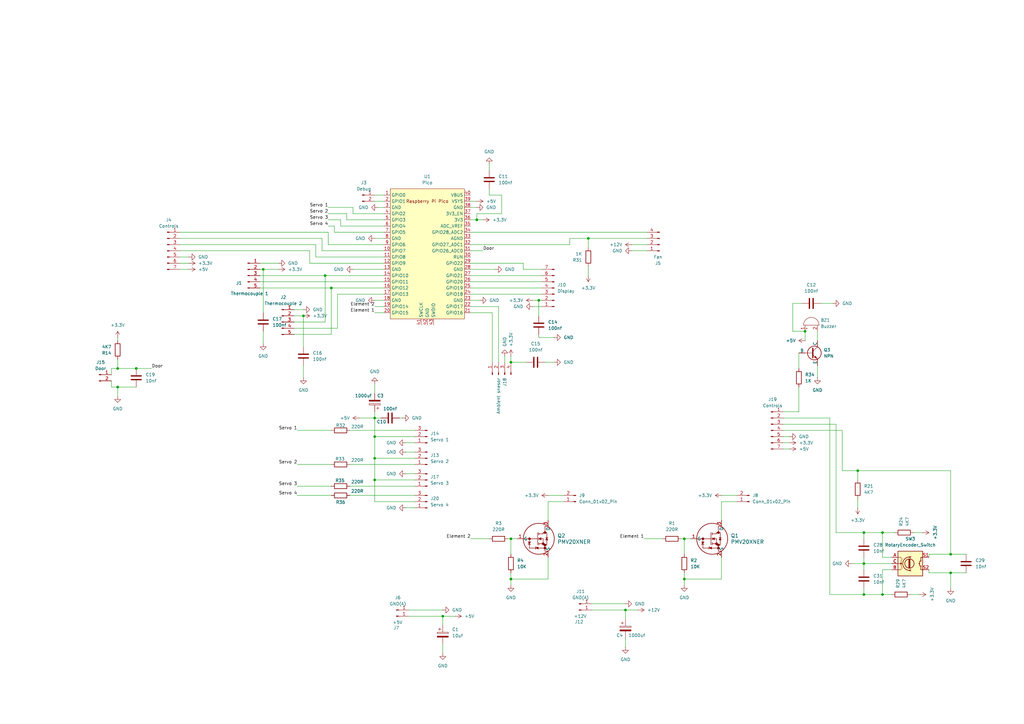
<source format=kicad_sch>
(kicad_sch (version 20250114) (generator "eeschema") (generator_version "9.0")
  (paper "A3")
  (junction (at 153.67 187.96))
  (junction (at 280.67 237.49))
  (junction (at 220.98 123.19))
  (junction (at 209.55 148.59))
  (junction (at 256.54 250.19))
  (junction (at 153.67 171.45))
  (junction (at 55.88 151.13))
  (junction (at 107.95 110.49))
  (junction (at 153.67 179.07))
  (junction (at 153.67 196.85))
  (junction (at 354.33 243.84))
  (junction (at 354.33 218.44))
  (junction (at 241.3 97.79))
  (junction (at 330.2 135.89))
  (junction (at 124.46 129.54))
  (junction (at 209.55 237.49))
  (junction (at 280.67 220.98))
  (junction (at 354.33 231.14))
  (junction (at 361.95 218.44))
  (junction (at 195.58 90.17))
  (junction (at 389.89 227.33))
  (junction (at 209.55 220.98))
  (junction (at 181.61 252.73))
  (junction (at 133.35 113.03))
  (junction (at 389.89 234.95))
  (junction (at 48.26 158.75))
  (junction (at 361.95 243.84))
  (junction (at 351.79 193.04))
  (junction (at 48.26 151.13))
  (junction (at 135.89 118.11))
  (wire (pts (xy 73.66 107.95) (xy 77.47 107.95)))
  (wire (pts (xy 280.67 234.95) (xy 280.67 237.49)))
  (wire (pts (xy 133.35 113.03) (xy 157.48 113.03)))
  (wire (pts (xy 224.79 213.36) (xy 224.79 205.74)))
  (wire (pts (xy 163.83 171.45) (xy 165.1 171.45)))
  (wire (pts (xy 120.65 134.62) (xy 138.43 134.62)))
  (wire (pts (xy 107.95 110.49) (xy 114.3 110.49)))
  (wire (pts (xy 181.61 252.73) (xy 181.61 256.54)))
  (wire (pts (xy 132.08 97.79) (xy 73.66 97.79)))
  (wire (pts (xy 365.76 228.6) (xy 361.95 228.6)))
  (wire (pts (xy 389.89 227.33) (xy 396.24 227.33)))
  (wire (pts (xy 48.26 147.32) (xy 48.26 151.13)))
  (wire (pts (xy 48.26 158.75) (xy 55.88 158.75)))
  (wire (pts (xy 205.74 87.63) (xy 195.58 87.63)))
  (wire (pts (xy 200.66 77.47) (xy 200.66 80.01)))
  (wire (pts (xy 45.72 158.75) (xy 48.26 158.75)))
  (wire (pts (xy 204.47 125.73) (xy 204.47 148.59)))
  (wire (pts (xy 143.51 199.39) (xy 170.18 199.39)))
  (wire (pts (xy 295.91 205.74) (xy 302.26 205.74)))
  (wire (pts (xy 201.93 128.27) (xy 201.93 148.59)))
  (wire (pts (xy 135.89 118.11) (xy 157.48 118.11)))
  (wire (pts (xy 193.04 102.87) (xy 198.12 102.87)))
  (wire (pts (xy 200.66 80.01) (xy 205.74 80.01)))
  (wire (pts (xy 223.52 148.59) (xy 227.33 148.59)))
  (wire (pts (xy 193.04 85.09) (xy 195.58 85.09)))
  (wire (pts (xy 361.95 233.68) (xy 365.76 233.68)))
  (wire (pts (xy 121.92 190.5) (xy 135.89 190.5)))
  (wire (pts (xy 214.63 107.95) (xy 214.63 110.49)))
  (wire (pts (xy 321.31 179.07) (xy 323.85 179.07)))
  (wire (pts (xy 354.33 243.84) (xy 361.95 243.84)))
  (wire (pts (xy 381 233.68) (xy 381 234.95)))
  (wire (pts (xy 124.46 149.86) (xy 124.46 154.94)))
  (wire (pts (xy 224.79 237.49) (xy 209.55 237.49)))
  (wire (pts (xy 345.44 176.53) (xy 345.44 193.04)))
  (wire (pts (xy 195.58 90.17) (xy 198.12 90.17)))
  (wire (pts (xy 389.89 193.04) (xy 389.89 227.33)))
  (wire (pts (xy 153.67 125.73) (xy 157.48 125.73)))
  (wire (pts (xy 166.37 181.61) (xy 170.18 181.61)))
  (wire (pts (xy 361.95 228.6) (xy 361.95 218.44)))
  (wire (pts (xy 381 227.33) (xy 389.89 227.33)))
  (wire (pts (xy 181.61 252.73) (xy 186.69 252.73)))
  (wire (pts (xy 142.24 90.17) (xy 142.24 87.63)))
  (wire (pts (xy 381 234.95) (xy 389.89 234.95)))
  (wire (pts (xy 139.7 92.71) (xy 157.48 92.71)))
  (wire (pts (xy 193.04 123.19) (xy 196.85 123.19)))
  (wire (pts (xy 295.91 213.36) (xy 295.91 205.74)))
  (wire (pts (xy 354.33 218.44) (xy 354.33 220.98)))
  (wire (pts (xy 153.67 157.48) (xy 153.67 161.29)))
  (wire (pts (xy 170.18 187.96) (xy 153.67 187.96)))
  (wire (pts (xy 153.67 187.96) (xy 153.67 179.07)))
  (wire (pts (xy 124.46 129.54) (xy 124.46 142.24)))
  (wire (pts (xy 224.79 203.2) (xy 231.14 203.2)))
  (wire (pts (xy 328.93 124.46) (xy 325.12 124.46)))
  (wire (pts (xy 120.65 132.08) (xy 133.35 132.08)))
  (wire (pts (xy 167.64 252.73) (xy 181.61 252.73)))
  (wire (pts (xy 325.12 124.46) (xy 325.12 135.89)))
  (wire (pts (xy 193.04 110.49) (xy 203.2 110.49)))
  (wire (pts (xy 135.89 137.16) (xy 135.89 118.11)))
  (wire (pts (xy 143.51 176.53) (xy 170.18 176.53)))
  (wire (pts (xy 325.12 135.89) (xy 330.2 135.89)))
  (wire (pts (xy 121.92 176.53) (xy 135.89 176.53)))
  (wire (pts (xy 193.04 120.65) (xy 222.25 120.65)))
  (wire (pts (xy 48.26 139.7) (xy 48.26 138.43)))
  (wire (pts (xy 381 228.6) (xy 381 227.33)))
  (wire (pts (xy 48.26 151.13) (xy 55.88 151.13)))
  (wire (pts (xy 224.79 228.6) (xy 224.79 237.49)))
  (wire (pts (xy 137.16 92.71) (xy 134.62 92.71)))
  (wire (pts (xy 153.67 179.07) (xy 170.18 179.07)))
  (wire (pts (xy 153.67 196.85) (xy 153.67 187.96)))
  (wire (pts (xy 295.91 237.49) (xy 280.67 237.49)))
  (wire (pts (xy 373.38 243.84) (xy 377.19 243.84)))
  (wire (pts (xy 354.33 231.14) (xy 365.76 231.14)))
  (wire (pts (xy 345.44 193.04) (xy 351.79 193.04)))
  (wire (pts (xy 147.32 171.45) (xy 153.67 171.45)))
  (wire (pts (xy 153.67 82.55) (xy 157.48 82.55)))
  (wire (pts (xy 45.72 151.13) (xy 48.26 151.13)))
  (wire (pts (xy 220.98 137.16) (xy 220.98 138.43)))
  (wire (pts (xy 106.68 113.03) (xy 133.35 113.03)))
  (wire (pts (xy 153.67 123.19) (xy 157.48 123.19)))
  (wire (pts (xy 120.65 129.54) (xy 124.46 129.54)))
  (wire (pts (xy 153.67 196.85) (xy 153.67 205.74)))
  (wire (pts (xy 73.66 105.41) (xy 77.47 105.41)))
  (wire (pts (xy 73.66 95.25) (xy 134.62 95.25)))
  (wire (pts (xy 170.18 196.85) (xy 153.67 196.85)))
  (wire (pts (xy 241.3 101.6) (xy 241.3 97.79)))
  (wire (pts (xy 153.67 171.45) (xy 153.67 168.91)))
  (wire (pts (xy 349.25 231.14) (xy 354.33 231.14)))
  (wire (pts (xy 167.64 250.19) (xy 181.61 250.19)))
  (wire (pts (xy 193.04 95.25) (xy 265.43 95.25)))
  (wire (pts (xy 354.33 228.6) (xy 354.33 231.14)))
  (wire (pts (xy 351.79 193.04) (xy 389.89 193.04)))
  (wire (pts (xy 157.48 90.17) (xy 142.24 90.17)))
  (wire (pts (xy 280.67 220.98) (xy 280.67 227.33)))
  (wire (pts (xy 166.37 194.31) (xy 170.18 194.31)))
  (wire (pts (xy 361.95 218.44) (xy 354.33 218.44)))
  (wire (pts (xy 55.88 151.13) (xy 62.23 151.13)))
  (wire (pts (xy 144.78 87.63) (xy 144.78 85.09)))
  (wire (pts (xy 280.67 220.98) (xy 283.21 220.98)))
  (wire (pts (xy 170.18 205.74) (xy 153.67 205.74)))
  (wire (pts (xy 45.72 153.67) (xy 45.72 151.13)))
  (wire (pts (xy 220.98 123.19) (xy 222.25 123.19)))
  (wire (pts (xy 374.65 218.44) (xy 378.46 218.44)))
  (wire (pts (xy 389.89 234.95) (xy 389.89 241.3)))
  (wire (pts (xy 354.33 241.3) (xy 354.33 243.84)))
  (wire (pts (xy 208.28 220.98) (xy 209.55 220.98)))
  (wire (pts (xy 157.48 105.41) (xy 129.54 105.41)))
  (wire (pts (xy 193.04 118.11) (xy 222.25 118.11)))
  (wire (pts (xy 134.62 95.25) (xy 134.62 100.33)))
  (wire (pts (xy 327.66 168.91) (xy 327.66 158.75)))
  (wire (pts (xy 242.57 250.19) (xy 256.54 250.19)))
  (wire (pts (xy 107.95 110.49) (xy 107.95 128.27)))
  (wire (pts (xy 129.54 105.41) (xy 129.54 100.33)))
  (wire (pts (xy 153.67 97.79) (xy 157.48 97.79)))
  (wire (pts (xy 295.91 228.6) (xy 295.91 237.49)))
  (wire (pts (xy 218.44 123.19) (xy 220.98 123.19)))
  (wire (pts (xy 233.68 100.33) (xy 233.68 97.79)))
  (wire (pts (xy 209.55 220.98) (xy 209.55 227.33)))
  (wire (pts (xy 207.01 146.05) (xy 207.01 148.59)))
  (wire (pts (xy 205.74 80.01) (xy 205.74 87.63)))
  (wire (pts (xy 193.04 107.95) (xy 214.63 107.95)))
  (wire (pts (xy 193.04 128.27) (xy 201.93 128.27)))
  (wire (pts (xy 214.63 110.49) (xy 222.25 110.49)))
  (wire (pts (xy 342.9 173.99) (xy 342.9 218.44)))
  (wire (pts (xy 193.04 82.55) (xy 195.58 82.55)))
  (wire (pts (xy 157.48 102.87) (xy 132.08 102.87)))
  (wire (pts (xy 73.66 110.49) (xy 77.47 110.49)))
  (wire (pts (xy 166.37 185.42) (xy 170.18 185.42)))
  (wire (pts (xy 336.55 124.46) (xy 341.63 124.46)))
  (wire (pts (xy 193.04 100.33) (xy 233.68 100.33)))
  (wire (pts (xy 256.54 261.62) (xy 256.54 265.43)))
  (wire (pts (xy 361.95 218.44) (xy 367.03 218.44)))
  (wire (pts (xy 340.36 171.45) (xy 321.31 171.45)))
  (wire (pts (xy 106.68 115.57) (xy 157.48 115.57)))
  (wire (pts (xy 345.44 176.53) (xy 321.31 176.53)))
  (wire (pts (xy 209.55 220.98) (xy 212.09 220.98)))
  (wire (pts (xy 106.68 110.49) (xy 107.95 110.49)))
  (wire (pts (xy 280.67 237.49) (xy 280.67 240.03)))
  (wire (pts (xy 134.62 100.33) (xy 157.48 100.33)))
  (wire (pts (xy 106.68 118.11) (xy 135.89 118.11)))
  (wire (pts (xy 256.54 250.19) (xy 256.54 254)))
  (wire (pts (xy 137.16 95.25) (xy 137.16 92.71)))
  (wire (pts (xy 200.66 67.31) (xy 200.66 69.85)))
  (wire (pts (xy 330.2 135.89) (xy 330.2 139.7)))
  (wire (pts (xy 195.58 87.63) (xy 195.58 90.17)))
  (wire (pts (xy 265.43 102.87) (xy 259.08 102.87)))
  (wire (pts (xy 193.04 90.17) (xy 195.58 90.17)))
  (wire (pts (xy 157.48 95.25) (xy 137.16 95.25)))
  (wire (pts (xy 166.37 208.28) (xy 170.18 208.28)))
  (wire (pts (xy 143.51 190.5) (xy 170.18 190.5)))
  (wire (pts (xy 220.98 138.43) (xy 227.33 138.43)))
  (wire (pts (xy 361.95 243.84) (xy 365.76 243.84)))
  (wire (pts (xy 129.54 100.33) (xy 73.66 100.33)))
  (wire (pts (xy 48.26 158.75) (xy 48.26 162.56)))
  (wire (pts (xy 241.3 97.79) (xy 233.68 97.79)))
  (wire (pts (xy 107.95 135.89) (xy 107.95 140.97)))
  (wire (pts (xy 209.55 234.95) (xy 209.55 237.49)))
  (wire (pts (xy 209.55 237.49) (xy 209.55 240.03)))
  (wire (pts (xy 193.04 115.57) (xy 222.25 115.57)))
  (wire (pts (xy 342.9 173.99) (xy 321.31 173.99)))
  (wire (pts (xy 335.28 135.89) (xy 335.28 139.7)))
  (wire (pts (xy 133.35 132.08) (xy 133.35 113.03)))
  (wire (pts (xy 361.95 243.84) (xy 361.95 233.68)))
  (wire (pts (xy 209.55 146.05) (xy 209.55 148.59)))
  (wire (pts (xy 279.4 220.98) (xy 280.67 220.98)))
  (wire (pts (xy 153.67 128.27) (xy 157.48 128.27)))
  (wire (pts (xy 389.89 234.95) (xy 396.24 234.95)))
  (wire (pts (xy 134.62 90.17) (xy 139.7 90.17)))
  (wire (pts (xy 354.33 218.44) (xy 342.9 218.44)))
  (wire (pts (xy 241.3 113.03) (xy 241.3 109.22)))
  (wire (pts (xy 153.67 171.45) (xy 153.67 179.07)))
  (wire (pts (xy 143.51 203.2) (xy 170.18 203.2)))
  (wire (pts (xy 144.78 85.09) (xy 134.62 85.09)))
  (wire (pts (xy 340.36 171.45) (xy 340.36 243.84)))
  (wire (pts (xy 106.68 107.95) (xy 114.3 107.95)))
  (wire (pts (xy 351.79 193.04) (xy 351.79 196.85)))
  (wire (pts (xy 259.08 100.33) (xy 265.43 100.33)))
  (wire (pts (xy 224.79 205.74) (xy 231.14 205.74)))
  (wire (pts (xy 144.78 110.49) (xy 157.48 110.49)))
  (wire (pts (xy 340.36 243.84) (xy 354.33 243.84)))
  (wire (pts (xy 139.7 90.17) (xy 139.7 92.71)))
  (wire (pts (xy 218.44 125.73) (xy 222.25 125.73)))
  (wire (pts (xy 264.16 220.98) (xy 271.78 220.98)))
  (wire (pts (xy 193.04 220.98) (xy 200.66 220.98)))
  (wire (pts (xy 321.31 168.91) (xy 327.66 168.91)))
  (wire (pts (xy 132.08 102.87) (xy 132.08 97.79)))
  (wire (pts (xy 209.55 148.59) (xy 215.9 148.59)))
  (wire (pts (xy 153.67 80.01) (xy 157.48 80.01)))
  (wire (pts (xy 295.91 203.2) (xy 302.26 203.2)))
  (wire (pts (xy 193.04 113.03) (xy 222.25 113.03)))
  (wire (pts (xy 154.94 85.09) (xy 157.48 85.09)))
  (wire (pts (xy 335.28 149.86) (xy 335.28 154.94)))
  (wire (pts (xy 153.67 171.45) (xy 156.21 171.45)))
  (wire (pts (xy 121.92 203.2) (xy 135.89 203.2)))
  (wire (pts (xy 142.24 87.63) (xy 134.62 87.63)))
  (wire (pts (xy 354.33 231.14) (xy 354.33 233.68)))
  (wire (pts (xy 138.43 134.62) (xy 138.43 120.65)))
  (wire (pts (xy 351.79 204.47) (xy 351.79 208.28)))
  (wire (pts (xy 204.47 125.73) (xy 193.04 125.73)))
  (wire (pts (xy 73.66 102.87) (xy 127 102.87)))
  (wire (pts (xy 321.31 181.61) (xy 323.85 181.61)))
  (wire (pts (xy 120.65 137.16) (xy 135.89 137.16)))
  (wire (pts (xy 45.72 158.75) (xy 45.72 156.21)))
  (wire (pts (xy 265.43 97.79) (xy 241.3 97.79)))
  (wire (pts (xy 242.57 247.65) (xy 256.54 247.65)))
  (wire (pts (xy 121.92 199.39) (xy 135.89 199.39)))
  (wire (pts (xy 321.31 184.15) (xy 323.85 184.15)))
  (wire (pts (xy 220.98 123.19) (xy 220.98 129.54)))
  (wire (pts (xy 138.43 120.65) (xy 157.48 120.65)))
  (wire (pts (xy 256.54 250.19) (xy 261.62 250.19)))
  (wire (pts (xy 127 102.87) (xy 127 107.95)))
  (wire (pts (xy 157.48 87.63) (xy 144.78 87.63)))
  (wire (pts (xy 327.66 144.78) (xy 327.66 151.13)))
  (wire (pts (xy 127 107.95) (xy 157.48 107.95)))
  (wire (pts (xy 120.65 127) (xy 124.46 127)))
  (wire (pts (xy 181.61 264.16) (xy 181.61 267.97)))
  (label "Element 1" (at 153.67 128.27 180))
  (label "Element 2" (at 153.67 125.73 180))
  (label "Door" (at 62.23 151.13 0))
  (label "Servo 3" (at 121.92 199.39 180))
  (label "Servo 1" (at 134.62 85.09 180))
  (label "Servo 2" (at 121.92 190.5 180))
  (label "Servo 4" (at 121.92 203.2 180))
  (label "Element 1" (at 264.16 220.98 180))
  (label "Servo 2" (at 134.62 87.63 180))
  (label "Door" (at 198.12 102.87 0))
  (label "Servo 3" (at 134.62 90.17 180))
  (label "Servo 1" (at 121.92 176.53 180))
  (label "Element 2" (at 193.04 220.98 180))
  (label "Servo 4" (at 134.62 92.71 180))
  (symbol (lib_id "Device:R") (at 209.55 231.14 0) (unit 1)
    (property "Reference" "R4" (at 212.09 229.8699 0) (effects (justify left)))
    (property "Value" "10K" (at 212.09 232.4099 0) (effects (justify left)))
    (property "Footprint" "Resistor_SMD:R_1206_3216Metric" (effects (hide yes)))
    (property "Description" "Resistor" (effects (hide yes)))
  )
  (symbol (lib_id "power:+5V") (at 186.69 252.73 270) (unit 1)
    (property "Reference" "#PWR021" (effects (hide yes)))
    (property "Value" "+5V" (at 190.5 252.7299 90) (effects (justify left)))
    (property "Description" "Power symbol creates a global label with name \"+5V\"" (effects (hide yes)))
  )
  (symbol (lib_id "Connector:Conn_01x03_Pin") (at 175.26 196.85 180) (unit 1)
    (property "Reference" "J17" (at 176.53 195.5799 0) (effects (justify right)))
    (property "Value" "Servo 3" (at 176.53 198.1199 0) (effects (justify right)))
    (property "Footprint" "Connector_PinHeader_2.54mm:PinHeader_1x03_P2.54mm_Vertical_SMD" (effects (hide yes)))
    (property "Description" "Generic connector, single row, 01x03, script generated" (effects (hide yes)))
  )
  (symbol (lib_id "Device:R") (at 241.3 105.41 180) (unit 1)
    (property "Reference" "R31" (at 238.76 106.6801 0) (effects (justify left)))
    (property "Value" "1K" (at 238.76 104.1401 0) (effects (justify left)))
    (property "Footprint" "Resistor_SMD:R_1206_3216Metric_Pad1.30x1.75mm_HandSolder" (effects (hide yes)))
    (property "Description" "Resistor" (effects (hide yes)))
  )
  (symbol (lib_id "Device:C") (at 107.95 132.08 0) (unit 1)
    (property "Reference" "C17" (at 111.76 130.8099 0) (effects (justify left)))
    (property "Value" "100nf" (at 111.76 133.3499 0) (effects (justify left)))
    (property "Footprint" "Capacitor_SMD:C_1210_3225Metric_Pad1.33x2.70mm_HandSolder" (effects (hide yes)))
    (property "Description" "Unpolarized capacitor" (effects (hide yes)))
  )
  (symbol (lib_id "Connector:Conn_01x05_Pin") (at 115.57 132.08 0) (unit 1)
    (property "Reference" "J2" (at 116.205 121.92 0))
    (property "Value" "Thermocouple 2" (at 116.205 124.46 0))
    (property "Footprint" "Connector_PinHeader_2.54mm:PinHeader_1x05_P2.54mm_Vertical_SMD" (effects (hide yes)))
    (property "Description" "Generic connector, single row, 01x05, script generated" (effects (hide yes)))
  )
  (symbol (lib_id "power:GND") (at 166.37 185.42 270) (unit 1)
    (property "Reference" "#PWR031" (effects (hide yes)))
    (property "Value" "GND" (at 162.56 185.4199 90) (effects (justify right)))
    (property "Description" "Power symbol creates a global label with name \"GND\" , ground" (effects (hide yes)))
  )
  (symbol (lib_id "power:+5V") (at 147.32 171.45 90) (unit 1)
    (property "Reference" "#PWR030" (effects (hide yes)))
    (property "Value" "+5V" (at 143.51 171.4499 90) (effects (justify left)))
    (property "Description" "Power symbol creates a global label with name \"+5V\"" (effects (hide yes)))
  )
  (symbol (lib_id "power:GND") (at 48.26 162.56 0) (unit 1)
    (property "Reference" "#PWR048" (effects (hide yes)))
    (property "Value" "GND" (at 48.26 167.64 0))
    (property "Description" "Power symbol creates a global label with name \"GND\" , ground" (effects (hide yes)))
  )
  (symbol (lib_id "Device:C") (at 160.02 171.45 90) (unit 1)
    (property "Reference" "C10" (at 156.464 172.974 90))
    (property "Value" "100nf" (at 160.02 167.64 90))
    (property "Footprint" "Capacitor_SMD:C_1210_3225Metric_Pad1.33x2.70mm_HandSolder" (effects (hide yes)))
    (property "Description" "Unpolarized capacitor" (effects (hide yes)))
  )
  (symbol (lib_id "power:GND") (at 154.94 85.09 270) (unit 1)
    (property "Reference" "#PWR01" (effects (hide yes)))
    (property "Value" "GND" (at 151.13 85.0899 90) (effects (justify right)))
    (property "Description" "Power symbol creates a global label with name \"GND\" , ground" (effects (hide yes)))
  )
  (symbol (lib_id "power:+5V") (at 77.47 110.49 270) (unit 1)
    (property "Reference" "#PWR034" (effects (hide yes)))
    (property "Value" "+5V" (at 81.28 110.4899 90) (effects (justify left)))
    (property "Description" "Power symbol creates a global label with name \"+5V\"" (effects (hide yes)))
  )
  (symbol (lib_id "power:+3.3V") (at 295.91 203.2 90) (unit 1)
    (property "Reference" "#PWR016" (effects (hide yes)))
    (property "Value" "+3.3V" (at 292.1 203.1999 90) (effects (justify left)))
    (property "Description" "Power symbol creates a global label with name \"+3.3V\"" (effects (hide yes)))
  )
  (symbol (lib_id "Connector:Conn_01x07_Pin") (at 316.23 176.53 0) (unit 1)
    (property "Reference" "J19" (at 316.865 163.83 0))
    (property "Value" "Controls" (at 316.865 166.37 0))
    (property "Footprint" "Connector_PinHeader_2.54mm:PinHeader_1x07_P2.54mm_Vertical" (effects (hide yes)))
    (property "Description" "Generic connector, single row, 01x07, script generated" (effects (hide yes)))
  )
  (symbol (lib_id "Device:R") (at 139.7 176.53 90) (unit 1)
    (property "Reference" "R32" (at 139.7 174.498 90))
    (property "Value" "220R" (at 146.558 175.006 90))
    (property "Footprint" "Resistor_SMD:R_1206_3216Metric_Pad1.30x1.75mm_HandSolder" (effects (hide yes)))
    (property "Description" "Resistor" (effects (hide yes)))
  )
  (symbol (lib_id "Device:C") (at 219.71 148.59 270) (unit 1)
    (property "Reference" "C15" (at 219.71 140.97 90))
    (property "Value" "100nf" (at 219.71 143.51 90))
    (property "Footprint" "Capacitor_SMD:C_1210_3225Metric_Pad1.33x2.70mm_HandSolder" (effects (hide yes)))
    (property "Description" "Unpolarized capacitor" (effects (hide yes)))
  )
  (symbol (lib_id "Simulation_SPICE:NPN") (at 332.74 144.78 0) (unit 1)
    (property "Reference" "Q3" (at 337.82 143.5099 0) (effects (justify left)))
    (property "Value" "NPN" (at 337.82 146.0499 0) (effects (justify left)))
    (property "Footprint" "Package_TO_SOT_SMD:TSOT-23" (effects (hide yes)))
    (property "Datasheet" "https://ngspice.sourceforge.io/docs/ngspice-html-manual/manual.xhtml#cha_BJTs" (effects (hide yes)))
    (property "Description" "Bipolar transistor symbol for simulation only, substrate tied to the emitter" (effects (hide yes)))
    (property "Sim.Device" "NPN" (effects (hide yes)))
    (property "Sim.Type" "GUMMELPOON" (effects (hide yes)))
    (property "Sim.Pins" "1=C 2=B 3=E" (effects (hide yes)))
  )
  (symbol (lib_id "Device:R") (at 275.59 220.98 90) (unit 1)
    (property "Reference" "R1" (at 275.59 214.63 90))
    (property "Value" "220R" (at 275.59 217.17 90))
    (property "Footprint" "Resistor_SMD:R_1206_3216Metric" (effects (hide yes)))
    (property "Description" "Resistor" (effects (hide yes)))
  )
  (symbol (lib_id "Connector:Conn_01x03_Pin") (at 175.26 205.74 180) (unit 1)
    (property "Reference" "J20" (at 176.53 204.4699 0) (effects (justify right)))
    (property "Value" "Servo 4" (at 176.53 207.0099 0) (effects (justify right)))
    (property "Footprint" "Connector_PinHeader_2.54mm:PinHeader_1x03_P2.54mm_Vertical_SMD" (effects (hide yes)))
    (property "Description" "Generic connector, single row, 01x03, script generated" (effects (hide yes)))
  )
  (symbol (lib_id "power:GND") (at 335.28 154.94 0) (unit 1)
    (property "Reference" "#PWR044" (effects (hide yes)))
    (property "Value" "GND" (at 335.28 160.02 0))
    (property "Description" "Power symbol creates a global label with name \"GND\" , ground" (effects (hide yes)))
  )
  (symbol (lib_id "Device:R") (at 369.57 243.84 90) (unit 1)
    (property "Reference" "R29" (at 368.2999 241.3 0) (effects (justify left)))
    (property "Value" "4K7" (at 370.8399 241.3 0) (effects (justify left)))
    (property "Footprint" "Resistor_SMD:R_1206_3216Metric_Pad1.30x1.75mm_HandSolder" (effects (hide yes)))
    (property "Description" "Resistor" (effects (hide yes)))
  )
  (symbol (lib_id "power:GND") (at 256.54 247.65 90) (unit 1)
    (property "Reference" "#PWR025" (effects (hide yes)))
    (property "Value" "GND" (at 260.35 247.6499 90) (effects (justify right)))
    (property "Description" "Power symbol creates a global label with name \"GND\" , ground" (effects (hide yes)))
  )
  (symbol (lib_id "power:+3.3V") (at 48.26 138.43 0) (unit 1)
    (property "Reference" "#PWR046" (effects (hide yes)))
    (property "Value" "+3.3V" (at 48.26 133.35 0))
    (property "Description" "Power symbol creates a global label with name \"+3.3V\"" (effects (hide yes)))
  )
  (symbol (lib_id "power:GND") (at 144.78 110.49 270) (unit 1)
    (property "Reference" "#PWR03" (effects (hide yes)))
    (property "Value" "GND" (at 140.97 110.4899 90) (effects (justify right)))
    (property "Description" "Power symbol creates a global label with name \"GND\" , ground" (effects (hide yes)))
  )
  (symbol (lib_id "RP-Pico Libraries:Pico") (at 175.26 104.14 0) (unit 1)
    (property "Reference" "U1" (at 175.26 72.39 0))
    (property "Value" "Pico" (at 175.26 74.93 0))
    (property "Footprint" "RP-Pico Libraries:RPi_Pico_SMD" (effects (hide yes)))
  )
  (symbol (lib_id "Device:C") (at 220.98 133.35 180) (unit 1)
    (property "Reference" "C14" (at 224.79 132.0799 0) (effects (justify right)))
    (property "Value" "100nf" (at 224.79 134.6199 0) (effects (justify right)))
    (property "Footprint" "Capacitor_SMD:C_1210_3225Metric_Pad1.33x2.70mm_HandSolder" (effects (hide yes)))
    (property "Description" "Unpolarized capacitor" (effects (hide yes)))
  )
  (symbol (lib_id "power:GND") (at 209.55 240.03 0) (unit 1)
    (property "Reference" "#PWR017" (effects (hide yes)))
    (property "Value" "GND" (at 209.55 245.11 0))
    (property "Description" "Power symbol creates a global label with name \"GND\" , ground" (effects (hide yes)))
  )
  (symbol (lib_id "Device:C_Polarized") (at 256.54 257.81 0) (unit 1)
    (property "Reference" "C4" (at 255.524 260.604 0) (effects (justify right)))
    (property "Value" "1000uf" (at 264.668 260.604 0) (effects (justify right)))
    (property "Footprint" "Capacitor_SMD:CP_Elec_10x10.5" (effects (hide yes)))
    (property "Description" "Polarized capacitor" (effects (hide yes)))
  )
  (symbol (lib_id "power:+5V") (at 323.85 184.15 270) (unit 1)
    (property "Reference" "#PWR038" (effects (hide yes)))
    (property "Value" "+5V" (at 327.66 184.1499 90) (effects (justify left)))
    (property "Description" "Power symbol creates a global label with name \"+5V\"" (effects (hide yes)))
  )
  (symbol (lib_id "power:GND") (at 166.37 181.61 270) (unit 1)
    (property "Reference" "#PWR033" (effects (hide yes)))
    (property "Value" "GND" (at 162.56 181.6099 90) (effects (justify right)))
    (property "Description" "Power symbol creates a global label with name \"GND\" , ground" (effects (hide yes)))
  )
  (symbol (lib_id "power:+5V") (at 330.2 139.7 90) (unit 1)
    (property "Reference" "#PWR039" (effects (hide yes)))
    (property "Value" "+5V" (at 326.39 139.6999 90) (effects (justify left)))
    (property "Description" "Power symbol creates a global label with name \"+5V\"" (effects (hide yes)))
  )
  (symbol (lib_id "Device:C_Polarized") (at 153.67 165.1 180) (unit 1)
    (property "Reference" "C3" (at 154.686 162.306 0) (effects (justify right)))
    (property "Value" "1000uf" (at 145.542 162.306 0) (effects (justify right)))
    (property "Footprint" "Capacitor_SMD:CP_Elec_10x10.5" (effects (hide yes)))
    (property "Description" "Polarized capacitor" (effects (hide yes)))
  )
  (symbol (lib_id "Device:R") (at 48.26 143.51 180) (unit 1)
    (property "Reference" "R14" (at 45.72 144.7801 0) (effects (justify left)))
    (property "Value" "4K7" (at 45.72 142.2401 0) (effects (justify left)))
    (property "Footprint" "Resistor_SMD:R_1206_3216Metric_Pad1.30x1.75mm_HandSolder" (effects (hide yes)))
    (property "Description" "Resistor" (effects (hide yes)))
  )
  (symbol (lib_id "power:GND") (at 166.37 194.31 270) (unit 1)
    (property "Reference" "#PWR040" (effects (hide yes)))
    (property "Value" "GND" (at 162.56 194.3099 90) (effects (justify right)))
    (property "Description" "Power symbol creates a global label with name \"GND\" , ground" (effects (hide yes)))
  )
  (symbol (lib_id "Device:R") (at 280.67 231.14 0) (unit 1)
    (property "Reference" "R2" (at 283.21 229.8699 0) (effects (justify left)))
    (property "Value" "10K" (at 283.21 232.4099 0) (effects (justify left)))
    (property "Footprint" "Resistor_SMD:R_1206_3216Metric" (effects (hide yes)))
    (property "Description" "Resistor" (effects (hide yes)))
  )
  (symbol (lib_id "power:GND") (at 227.33 148.59 90) (unit 1)
    (property "Reference" "#PWR047" (effects (hide yes)))
    (property "Value" "GND" (at 231.14 148.5899 90) (effects (justify right)))
    (property "Description" "Power symbol creates a global label with name \"GND\" , ground" (effects (hide yes)))
  )
  (symbol (lib_id "Device:R") (at 139.7 203.2 90) (unit 1)
    (property "Reference" "R36" (at 139.7 205.994 90))
    (property "Value" "220R" (at 146.558 201.422 90))
    (property "Footprint" "Resistor_SMD:R_1206_3216Metric_Pad1.30x1.75mm_HandSolder" (effects (hide yes)))
    (property "Description" "Resistor" (effects (hide yes)))
  )
  (symbol (lib_id "power:GND") (at 166.37 208.28 270) (unit 1)
    (property "Reference" "#PWR043" (effects (hide yes)))
    (property "Value" "GND" (at 162.56 208.2799 90) (effects (justify right)))
    (property "Description" "Power symbol creates a global label with name \"GND\" , ground" (effects (hide yes)))
  )
  (symbol (lib_id "power:GND") (at 77.47 105.41 90) (unit 1)
    (property "Reference" "#PWR013" (effects (hide yes)))
    (property "Value" "GND" (at 81.28 105.4099 90) (effects (justify right)))
    (property "Description" "Power symbol creates a global label with name \"GND\" , ground" (effects (hide yes)))
  )
  (symbol (lib_id "Device:R") (at 327.66 154.94 0) (unit 1)
    (property "Reference" "R34" (at 330.2 153.6699 0) (effects (justify left)))
    (property "Value" "1K" (at 330.2 156.2099 0) (effects (justify left)))
    (property "Footprint" "Resistor_SMD:R_1206_3216Metric_Pad1.30x1.75mm_HandSolder" (effects (hide yes)))
    (property "Description" "Resistor" (effects (hide yes)))
  )
  (symbol (lib_id "power:+5V") (at 261.62 250.19 270) (unit 1)
    (property "Reference" "#PWR027" (effects (hide yes)))
    (property "Value" "+12V" (at 265.43 250.1899 90) (effects (justify left)))
    (property "Description" "Power symbol creates a global label with name \"+5V\"" (effects (hide yes)))
  )
  (symbol (lib_id "power:+5V") (at 195.58 82.55 270) (unit 1)
    (property "Reference" "#PWR024" (effects (hide yes)))
    (property "Value" "+5V" (at 199.39 82.5499 90) (effects (justify left)))
    (property "Description" "Power symbol creates a global label with name \"+5V\"" (effects (hide yes)))
  )
  (symbol (lib_id "Connector:Conn_01x01_Pin") (at 162.56 252.73 0) (unit 1)
    (property "Reference" "J7" (at 162.56 257.556 0))
    (property "Value" "+5V" (at 163.068 255.27 0))
    (property "Footprint" "Connector_Wire:SolderWirePad_1x01_SMD_5x10mm" (effects (hide yes)))
    (property "Description" "Generic connector, single row, 01x01, script generated" (effects (hide yes)))
  )
  (symbol (lib_id "power:GND") (at 389.89 241.3 0) (unit 1)
    (property "Reference" "#PWR070" (effects (hide yes)))
    (property "Value" "GND" (at 389.89 246.38 0))
    (property "Description" "Power symbol creates a global label with name \"GND\" , ground" (effects (hide yes)))
  )
  (symbol (lib_id "power:GND") (at 195.58 85.09 90) (unit 1)
    (property "Reference" "#PWR05" (effects (hide yes)))
    (property "Value" "GND" (at 199.39 85.0899 90) (effects (justify right)))
    (property "Description" "Power symbol creates a global label with name \"GND\" , ground" (effects (hide yes)))
  )
  (symbol (lib_id "PMV20XNER:PMV20XNER") (at 212.09 220.98 0) (unit 1)
    (property "Reference" "Q2" (at 228.6 219.7099 0) (effects (font (size 1.524 1.524)) (justify left)))
    (property "Value" "PMV20XNER" (at 228.6 222.2499 0) (effects (font (size 1.524 1.524)) (justify left)))
    (property "Footprint" "PMV20XNER:SOT23-TO-236AB_NEX" (effects (hide yes)))
    (property "Datasheet" "PMV20XNER" (effects (hide yes)))
  )
  (symbol (lib_id "Connector:Conn_01x05_Pin") (at 101.6 113.03 0) (unit 1)
    (property "Reference" "J1" (at 98.044 116.078 0))
    (property "Value" "Thermocouple 1" (at 102.362 120.396 0))
    (property "Footprint" "Connector_PinHeader_2.54mm:PinHeader_1x05_P2.54mm_Vertical_SMD" (effects (hide yes)))
    (property "Description" "Generic connector, single row, 01x05, script generated" (effects (hide yes)))
  )
  (symbol (lib_id "power:GND") (at 114.3 107.95 90) (unit 1)
    (property "Reference" "#PWR09" (effects (hide yes)))
    (property "Value" "GND" (at 118.11 107.9499 90) (effects (justify right)))
    (property "Description" "Power symbol creates a global label with name \"GND\" , ground" (effects (hide yes)))
  )
  (symbol (lib_id "power:GND") (at 165.1 171.45 90) (unit 1)
    (property "Reference" "#PWR037" (effects (hide yes)))
    (property "Value" "GND" (at 168.91 171.4499 90) (effects (justify right)))
    (property "Description" "Power symbol creates a global label with name \"GND\" , ground" (effects (hide yes)))
  )
  (symbol (lib_id "power:+3.3V") (at 124.46 129.54 270) (unit 1)
    (property "Reference" "#PWR012" (effects (hide yes)))
    (property "Value" "+3.3V" (at 128.27 129.5399 90) (effects (justify left)))
    (property "Description" "Power symbol creates a global label with name \"+3.3V\"" (effects (hide yes)))
  )
  (symbol (lib_id "power:+3.3V") (at 377.19 243.84 270) (unit 1)
    (property "Reference" "#PWR071" (effects (hide yes)))
    (property "Value" "+3.3V" (at 382.27 243.84 0))
    (property "Description" "Power symbol creates a global label with name \"+3.3V\"" (effects (hide yes)))
  )
  (symbol (lib_id "Device:RotaryEncoder_Switch") (at 373.38 231.14 0) (unit 1)
    (property "Reference" "SW3" (at 373.38 220.98 0))
    (property "Value" "RotaryEncoder_Switch" (at 373.38 223.52 0))
    (property "Footprint" "Rotary_Encoder:RotaryEncoder_Alps_EC11E-Switch_Vertical_H20mm_SMD" (effects (hide yes)))
    (property "Description" "Rotary encoder, dual channel, incremental quadrate outputs, with switch" (effects (hide yes)))
  )
  (symbol (lib_id "Device:R") (at 139.7 199.39 90) (unit 1)
    (property "Reference" "R35" (at 139.446 197.104 90))
    (property "Value" "220R" (at 146.558 197.612 90))
    (property "Footprint" "Resistor_SMD:R_1206_3216Metric_Pad1.30x1.75mm_HandSolder" (effects (hide yes)))
    (property "Description" "Resistor" (effects (hide yes)))
  )
  (symbol (lib_id "Device:C_Polarized") (at 181.61 260.35 0) (unit 1)
    (property "Reference" "C1" (at 185.42 258.1909 0) (effects (justify left)))
    (property "Value" "10uf" (at 185.42 260.7309 0) (effects (justify left)))
    (property "Footprint" "Capacitor_SMD:CP_Elec_4x5.4" (effects (hide yes)))
    (property "Description" "Polarized capacitor" (effects (hide yes)))
  )
  (symbol (lib_id "Device:C") (at 354.33 224.79 180) (unit 1)
    (property "Reference" "C28" (at 358.14 223.5199 0) (effects (justify right)))
    (property "Value" "10nf" (at 358.14 226.0599 0) (effects (justify right)))
    (property "Footprint" "Capacitor_SMD:C_1206_3216Metric_Pad1.33x1.80mm_HandSolder" (effects (hide yes)))
    (property "Description" "Unpolarized capacitor" (effects (hide yes)))
  )
  (symbol (lib_id "Device:R") (at 351.79 200.66 0) (unit 1)
    (property "Reference" "R21" (at 354.33 199.3899 0) (effects (justify left)))
    (property "Value" "4K7" (at 354.33 201.9299 0) (effects (justify left)))
    (property "Footprint" "Resistor_SMD:R_1206_3216Metric_Pad1.30x1.75mm_HandSolder" (effects (hide yes)))
    (property "Description" "Resistor" (effects (hide yes)))
  )
  (symbol (lib_id "power:+5V") (at 259.08 100.33 90) (unit 1)
    (property "Reference" "#PWR029" (effects (hide yes)))
    (property "Value" "+12V" (at 255.27 100.3301 90) (effects (justify left)))
    (property "Description" "Power symbol creates a global label with name \"+5V\"" (effects (hide yes)))
  )
  (symbol (lib_id "Connector:Conn_01x03_Pin") (at 175.26 179.07 180) (unit 1)
    (property "Reference" "J14" (at 176.53 177.7999 0) (effects (justify right)))
    (property "Value" "Servo 1" (at 176.53 180.3399 0) (effects (justify right)))
    (property "Footprint" "Connector_PinHeader_2.54mm:PinHeader_1x03_P2.54mm_Vertical_SMD" (effects (hide yes)))
    (property "Description" "Generic connector, single row, 01x03, script generated" (effects (hide yes)))
  )
  (symbol (lib_id "Device:R") (at 370.84 218.44 90) (unit 1)
    (property "Reference" "R24" (at 369.5699 215.9 0) (effects (justify left)))
    (property "Value" "4K7" (at 372.1099 215.9 0) (effects (justify left)))
    (property "Footprint" "Resistor_SMD:R_1206_3216Metric_Pad1.30x1.75mm_HandSolder" (effects (hide yes)))
    (property "Description" "Resistor" (effects (hide yes)))
  )
  (symbol (lib_id "power:GND") (at 349.25 231.14 270) (unit 1)
    (property "Reference" "#PWR066" (effects (hide yes)))
    (property "Value" "GND" (at 345.44 231.1399 90) (effects (justify right)))
    (property "Description" "Power symbol creates a global label with name \"GND\" , ground" (effects (hide yes)))
  )
  (symbol (lib_id "power:+3.3V") (at 323.85 181.61 270) (unit 1)
    (property "Reference" "#PWR053" (effects (hide yes)))
    (property "Value" "+3.3V" (at 327.66 181.6099 90) (effects (justify left)))
    (property "Description" "Power symbol creates a global label with name \"+3.3V\"" (effects (hide yes)))
  )
  (symbol (lib_id "power:GND") (at 196.85 123.19 90) (unit 1)
    (property "Reference" "#PWR07" (effects (hide yes)))
    (property "Value" "GND" (at 200.66 123.1899 90) (effects (justify right)))
    (property "Description" "Power symbol creates a global label with name \"GND\" , ground" (effects (hide yes)))
  )
  (symbol (lib_id "power:+3.3V") (at 77.47 107.95 270) (unit 1)
    (property "Reference" "#PWR014" (effects (hide yes)))
    (property "Value" "+3.3V" (at 81.28 107.9499 90) (effects (justify left)))
    (property "Description" "Power symbol creates a global label with name \"+3.3V\"" (effects (hide yes)))
  )
  (symbol (lib_id "power:GND") (at 153.67 157.48 180) (unit 1)
    (property "Reference" "#PWR035" (effects (hide yes)))
    (property "Value" "GND" (at 153.67 152.4 0))
    (property "Description" "Power symbol creates a global label with name \"GND\" , ground" (effects (hide yes)))
  )
  (symbol (lib_id "Connector:Conn_01x07_Pin") (at 227.33 118.11 180) (unit 1)
    (property "Reference" "J10" (at 228.6 116.8399 0) (effects (justify right)))
    (property "Value" "Display" (at 228.6 119.3799 0) (effects (justify right)))
    (property "Footprint" "Connector_PinHeader_2.54mm:PinHeader_1x07_P2.54mm_Vertical_SMD" (effects (hide yes)))
    (property "Description" "Generic connector, single row, 01x07, script generated" (effects (hide yes)))
  )
  (symbol (lib_id "power:+3.3V") (at 218.44 123.19 90) (unit 1)
    (property "Reference" "#PWR022" (effects (hide yes)))
    (property "Value" "+3.3V" (at 214.63 123.1899 90) (effects (justify left)))
    (property "Description" "Power symbol creates a global label with name \"+3.3V\"" (effects (hide yes)))
  )
  (symbol (lib_id "Connector:Conn_01x04_Pin") (at 204.47 153.67 90) (unit 1)
    (property "Reference" "J18" (at 207.0101 154.94 0) (effects (justify right)))
    (property "Value" "Ambient snesor" (at 204.4701 154.94 0) (effects (justify right)))
    (property "Footprint" "Connector_PinHeader_2.54mm:PinHeader_1x04_P2.54mm_Vertical_SMD" (effects (hide yes)))
    (property "Description" "Generic connector, single row, 01x04, script generated" (effects (hide yes)))
  )
  (symbol (lib_id "power:+3.3V") (at 351.79 208.28 180) (unit 1)
    (property "Reference" "#PWR060" (effects (hide yes)))
    (property "Value" "+3.3V" (at 351.79 213.36 0))
    (property "Description" "Power symbol creates a global label with name \"+3.3V\"" (effects (hide yes)))
  )
  (symbol (lib_id "Device:R") (at 139.7 190.5 90) (unit 1)
    (property "Reference" "R33" (at 139.446 188.214 90))
    (property "Value" "220R" (at 146.558 188.722 90))
    (property "Footprint" "Resistor_SMD:R_1206_3216Metric_Pad1.30x1.75mm_HandSolder" (effects (hide yes)))
    (property "Description" "Resistor" (effects (hide yes)))
  )
  (symbol (lib_id "power:GND") (at 153.67 97.79 270) (unit 1)
    (property "Reference" "#PWR02" (effects (hide yes)))
    (property "Value" "GND" (at 149.86 97.7899 90) (effects (justify right)))
    (property "Description" "Power symbol creates a global label with name \"GND\" , ground" (effects (hide yes)))
  )
  (symbol (lib_id "power:GND") (at 203.2 110.49 90) (unit 1)
    (property "Reference" "#PWR06" (effects (hide yes)))
    (property "Value" "GND" (at 207.01 110.4899 90) (effects (justify right)))
    (property "Description" "Power symbol creates a global label with name \"GND\" , ground" (effects (hide yes)))
  )
  (symbol (lib_id "Connector:Conn_01x02_Pin") (at 148.59 80.01 0) (unit 1)
    (property "Reference" "J3" (at 149.225 74.93 0))
    (property "Value" "Debug" (at 149.225 77.47 0))
    (property "Footprint" "Connector_PinHeader_2.54mm:PinHeader_1x02_P2.54mm_Vertical_SMD" (effects (hide yes)))
    (property "Description" "Generic connector, single row, 01x02, script generated" (effects (hide yes)))
  )
  (symbol (lib_id "Connector:Conn_01x01_Pin") (at 237.49 250.19 0) (unit 1)
    (property "Reference" "J12" (at 237.49 255.016 0))
    (property "Value" "+12V" (at 237.998 252.73 0))
    (property "Footprint" "Connector_Wire:SolderWirePad_1x01_SMD_5x10mm" (effects (hide yes)))
    (property "Description" "Generic connector, single row, 01x01, script generated" (effects (hide yes)))
  )
  (symbol (lib_id "power:GND") (at 259.08 102.87 270) (unit 1)
    (property "Reference" "#PWR028" (effects (hide yes)))
    (property "Value" "GND" (at 255.27 102.8701 90) (effects (justify right)))
    (property "Description" "Power symbol creates a global label with name \"GND\" , ground" (effects (hide yes)))
  )
  (symbol (lib_id "power:GND") (at 124.46 127 90) (unit 1)
    (property "Reference" "#PWR08" (effects (hide yes)))
    (property "Value" "GND" (at 128.27 126.9999 90) (effects (justify right)))
    (property "Description" "Power symbol creates a global label with name \"GND\" , ground" (effects (hide yes)))
  )
  (symbol (lib_id "power:GND") (at 280.67 240.03 0) (unit 1)
    (property "Reference" "#PWR015" (effects (hide yes)))
    (property "Value" "GND" (at 280.67 245.11 0))
    (property "Description" "Power symbol creates a global label with name \"GND\" , ground" (effects (hide yes)))
  )
  (symbol (lib_id "Connector:Conn_01x03_Pin") (at 175.26 187.96 180) (unit 1)
    (property "Reference" "J13" (at 176.53 186.6899 0) (effects (justify right)))
    (property "Value" "Servo 2" (at 176.53 189.2299 0) (effects (justify right)))
    (property "Footprint" "Connector_PinHeader_2.54mm:PinHeader_1x03_P2.54mm_Vertical_SMD" (effects (hide yes)))
    (property "Description" "Generic connector, single row, 01x03, script generated" (effects (hide yes)))
  )
  (symbol (lib_id "Device:C") (at 55.88 154.94 180) (unit 1)
    (property "Reference" "C19" (at 59.69 153.6699 0) (effects (justify right)))
    (property "Value" "10nf" (at 59.69 156.2099 0) (effects (justify right)))
    (property "Footprint" "Capacitor_SMD:C_1206_3216Metric_Pad1.33x1.80mm_HandSolder" (effects (hide yes)))
    (property "Description" "Unpolarized capacitor" (effects (hide yes)))
  )
  (symbol (lib_id "power:+3.3V") (at 114.3 110.49 270) (unit 1)
    (property "Reference" "#PWR011" (effects (hide yes)))
    (property "Value" "+3.3V" (at 118.11 110.4899 90) (effects (justify left)))
    (property "Description" "Power symbol creates a global label with name \"+3.3V\"" (effects (hide yes)))
  )
  (symbol (lib_id "power:+3.3V") (at 378.46 218.44 270) (unit 1)
    (property "Reference" "#PWR062" (effects (hide yes)))
    (property "Value" "+3.3V" (at 383.54 218.44 0))
    (property "Description" "Power symbol creates a global label with name \"+3.3V\"" (effects (hide yes)))
  )
  (symbol (lib_id "Connector:Conn_01x04_Pin") (at 270.51 100.33 180) (unit 1)
    (property "Reference" "J5" (at 269.875 107.95 0))
    (property "Value" "Fan" (at 269.875 105.41 0))
    (property "Footprint" "Connector_PinHeader_2.54mm:PinHeader_1x04_P2.54mm_Vertical_SMD" (effects (hide yes)))
    (property "Description" "Generic connector, single row, 01x04, script generated" (effects (hide yes)))
  )
  (symbol (lib_id "power:+3.3V") (at 241.3 113.03 180) (unit 1)
    (property "Reference" "#PWR032" (effects (hide yes)))
    (property "Value" "+3.3V" (at 241.3 118.11 0))
    (property "Description" "Power symbol creates a global label with name \"+3.3V\"" (effects (hide yes)))
  )
  (symbol (lib_id "power:GND") (at 227.33 138.43 90) (unit 1)
    (property "Reference" "#PWR049" (effects (hide yes)))
    (property "Value" "GND" (at 231.14 138.4299 90) (effects (justify right)))
    (property "Description" "Power symbol creates a global label with name \"GND\" , ground" (effects (hide yes)))
  )
  (symbol (lib_id "Device:Buzzer") (at 332.74 133.35 90) (unit 1)
    (property "Reference" "BZ1" (at 336.55 131.3248 90) (effects (justify right)))
    (property "Value" "Buzzer" (at 336.55 133.8648 90) (effects (justify right)))
    (property "Footprint" "Buzzer_Beeper:Buzzer_Mallory_AST1109MLTRQ" (effects (hide yes)))
    (property "Description" "Buzzer, polarized" (effects (hide yes)))
  )
  (symbol (lib_id "Connector:Conn_01x02_Pin") (at 307.34 205.74 180) (unit 1)
    (property "Reference" "J8" (at 308.61 203.1999 0) (effects (justify right)))
    (property "Value" "Conn_01x02_Pin" (at 308.61 205.7399 0) (effects (justify right)))
    (property "Footprint" "Connector_PinHeader_2.54mm:PinHeader_1x02_P2.54mm_Vertical_SMD" (effects (hide yes)))
    (property "Description" "Generic connector, single row, 01x02, script generated" (effects (hide yes)))
  )
  (symbol (lib_id "power:GND") (at 218.44 125.73 270) (unit 1)
    (property "Reference" "#PWR023" (effects (hide yes)))
    (property "Value" "GND" (at 214.63 125.7299 90) (effects (justify right)))
    (property "Description" "Power symbol creates a global label with name \"GND\" , ground" (effects (hide yes)))
  )
  (symbol (lib_id "Device:C") (at 124.46 146.05 180) (unit 1)
    (property "Reference" "C16" (at 128.27 144.7799 0) (effects (justify right)))
    (property "Value" "100nf" (at 128.27 147.3199 0) (effects (justify right)))
    (property "Footprint" "Capacitor_SMD:C_1210_3225Metric_Pad1.33x2.70mm_HandSolder" (effects (hide yes)))
    (property "Description" "Unpolarized capacitor" (effects (hide yes)))
  )
  (symbol (lib_id "Device:R") (at 204.47 220.98 90) (unit 1)
    (property "Reference" "R3" (at 204.47 214.63 90))
    (property "Value" "220R" (at 204.47 217.17 90))
    (property "Footprint" "Resistor_SMD:R_1206_3216Metric" (effects (hide yes)))
    (property "Description" "Resistor" (effects (hide yes)))
  )
  (symbol (lib_id "power:GND") (at 124.46 154.94 0) (unit 1)
    (property "Reference" "#PWR052" (effects (hide yes)))
    (property "Value" "GND" (at 124.46 160.02 0))
    (property "Description" "Power symbol creates a global label with name \"GND\" , ground" (effects (hide yes)))
  )
  (symbol (lib_id "power:GND") (at 200.66 67.31 180) (unit 1)
    (property "Reference" "#PWR036" (effects (hide yes)))
    (property "Value" "GND" (at 200.66 62.23 0))
    (property "Description" "Power symbol creates a global label with name \"GND\" , ground" (effects (hide yes)))
  )
  (symbol (lib_id "Connector:Conn_01x02_Pin") (at 40.64 153.67 0) (unit 1)
    (property "Reference" "J15" (at 41.275 148.59 0))
    (property "Value" "Door" (at 41.275 151.13 0))
    (property "Footprint" "Connector_PinHeader_2.54mm:PinHeader_1x02_P2.54mm_Vertical_SMD" (effects (hide yes)))
    (property "Description" "Generic connector, single row, 01x02, script generated" (effects (hide yes)))
  )
  (symbol (lib_id "power:GND") (at 323.85 179.07 90) (unit 1)
    (property "Reference" "#PWR055" (effects (hide yes)))
    (property "Value" "GND" (at 327.66 179.0699 90) (effects (justify right)))
    (property "Description" "Power symbol creates a global label with name \"GND\" , ground" (effects (hide yes)))
  )
  (symbol (lib_id "Device:C") (at 396.24 231.14 0) (unit 1)
    (property "Reference" "C29" (at 400.05 229.8699 0) (effects (justify left)))
    (property "Value" "10nf" (at 400.05 232.4099 0) (effects (justify left)))
    (property "Footprint" "Capacitor_SMD:C_1206_3216Metric_Pad1.33x1.80mm_HandSolder" (effects (hide yes)))
    (property "Description" "Unpolarized capacitor" (effects (hide yes)))
  )
  (symbol (lib_id "power:GND") (at 153.67 123.19 270) (unit 1)
    (property "Reference" "#PWR04" (effects (hide yes)))
    (property "Value" "GND" (at 149.86 123.1899 90) (effects (justify right)))
    (property "Description" "Power symbol creates a global label with name \"GND\" , ground" (effects (hide yes)))
  )
  (symbol (lib_id "Device:C") (at 200.66 73.66 180) (unit 1)
    (property "Reference" "C11" (at 204.47 72.3899 0) (effects (justify right)))
    (property "Value" "100nf" (at 204.47 74.9299 0) (effects (justify right)))
    (property "Footprint" "Capacitor_SMD:C_1210_3225Metric_Pad1.33x2.70mm_HandSolder" (effects (hide yes)))
    (property "Description" "Unpolarized capacitor" (effects (hide yes)))
  )
  (symbol (lib_id "power:GND") (at 256.54 265.43 0) (unit 1)
    (property "Reference" "#PWR026" (effects (hide yes)))
    (property "Value" "GND" (at 256.54 270.51 0))
    (property "Description" "Power symbol creates a global label with name \"GND\" , ground" (effects (hide yes)))
  )
  (symbol (lib_id "Device:C") (at 332.74 124.46 90) (unit 1)
    (property "Reference" "C12" (at 332.74 116.84 90))
    (property "Value" "100nf" (at 332.74 119.38 90))
    (property "Footprint" "Capacitor_SMD:C_1210_3225Metric_Pad1.33x2.70mm_HandSolder" (effects (hide yes)))
    (property "Description" "Unpolarized capacitor" (effects (hide yes)))
  )
  (symbol (lib_id "power:GND") (at 181.61 250.19 90) (unit 1)
    (property "Reference" "#PWR019" (effects (hide yes)))
    (property "Value" "GND" (at 185.42 250.1899 90) (effects (justify right)))
    (property "Description" "Power symbol creates a global label with name \"GND\" , ground" (effects (hide yes)))
  )
  (symbol (lib_id "power:GND") (at 181.61 267.97 0) (unit 1)
    (property "Reference" "#PWR020" (effects (hide yes)))
    (property "Value" "GND" (at 181.61 273.05 0))
    (property "Description" "Power symbol creates a global label with name \"GND\" , ground" (effects (hide yes)))
  )
  (symbol (lib_id "power:+3.3V") (at 198.12 90.17 270) (unit 1)
    (property "Reference" "#PWR010" (effects (hide yes)))
    (property "Value" "+3.3V" (at 201.93 90.1699 90) (effects (justify left)))
    (property "Description" "Power symbol creates a global label with name \"+3.3V\"" (effects (hide yes)))
  )
  (symbol (lib_id "Device:C") (at 354.33 237.49 180) (unit 1)
    (property "Reference" "C31" (at 358.14 236.2199 0) (effects (justify right)))
    (property "Value" "10nf" (at 358.14 238.7599 0) (effects (justify right)))
    (property "Footprint" "Capacitor_SMD:C_1206_3216Metric_Pad1.33x1.80mm_HandSolder" (effects (hide yes)))
    (property "Description" "Unpolarized capacitor" (effects (hide yes)))
  )
  (symbol (lib_id "power:GND") (at 341.63 124.46 90) (unit 1)
    (property "Reference" "#PWR045" (effects (hide yes)))
    (property "Value" "GND" (at 345.44 124.4599 90) (effects (justify right)))
    (property "Description" "Power symbol creates a global label with name \"GND\" , ground" (effects (hide yes)))
  )
  (symbol (lib_id "Connector:Conn_01x01_Pin") (at 162.56 250.19 0) (unit 1)
    (property "Reference" "J6" (at 163.195 245.11 0))
    (property "Value" "GND(A)" (at 163.195 247.65 0))
    (property "Footprint" "Connector_Wire:SolderWirePad_1x01_SMD_5x10mm" (effects (hide yes)))
    (property "Description" "Generic connector, single row, 01x01, script generated" (effects (hide yes)))
  )
  (symbol (lib_id "Connector:Conn_01x02_Pin") (at 236.22 205.74 180) (unit 1)
    (property "Reference" "J9" (at 237.49 203.1999 0) (effects (justify right)))
    (property "Value" "Conn_01x02_Pin" (at 237.49 205.7399 0) (effects (justify right)))
    (property "Footprint" "Connector_PinHeader_2.54mm:PinHeader_1x02_P2.54mm_Vertical_SMD" (effects (hide yes)))
    (property "Description" "Generic connector, single row, 01x02, script generated" (effects (hide yes)))
  )
  (symbol (lib_id "PMV20XNER:PMV20XNER") (at 283.21 220.98 0) (unit 1)
    (property "Reference" "Q1" (at 299.72 219.7099 0) (effects (font (size 1.524 1.524)) (justify left)))
    (property "Value" "PMV20XNER" (at 299.72 222.2499 0) (effects (font (size 1.524 1.524)) (justify left)))
    (property "Footprint" "PMV20XNER:SOT23-TO-236AB_NEX" (effects (hide yes)))
    (property "Datasheet" "PMV20XNER" (effects (hide yes)))
  )
  (symbol (lib_id "power:+3.3V") (at 209.55 146.05 0) (unit 1)
    (property "Reference" "#PWR041" (effects (hide yes)))
    (property "Value" "+3.3V" (at 209.5501 142.24 90) (effects (justify left)))
    (property "Description" "Power symbol creates a global label with name \"+3.3V\"" (effects (hide yes)))
  )
  (symbol (lib_id "power:GND") (at 107.95 140.97 0) (unit 1)
    (property "Reference" "#PWR051" (effects (hide yes)))
    (property "Value" "GND" (at 107.95 146.05 0))
    (property "Description" "Power symbol creates a global label with name \"GND\" , ground" (effects (hide yes)))
  )
  (symbol (lib_id "Connector:Conn_01x07_Pin") (at 68.58 102.87 0) (unit 1)
    (property "Reference" "J4" (at 69.215 90.17 0))
    (property "Value" "Controls" (at 69.215 92.71 0))
    (property "Footprint" "Connector_PinHeader_2.54mm:PinHeader_1x07_P2.54mm_Vertical_SMD" (effects (hide yes)))
    (property "Description" "Generic connector, single row, 01x07, script generated" (effects (hide yes)))
  )
  (symbol (lib_id "power:GND") (at 207.01 146.05 180) (unit 1)
    (property "Reference" "#PWR042" (effects (hide yes)))
    (property "Value" "GND" (at 207.0101 142.24 90) (effects (justify right)))
    (property "Description" "Power symbol creates a global label with name \"GND\" , ground" (effects (hide yes)))
  )
  (symbol (lib_id "Connector:Conn_01x01_Pin") (at 237.49 247.65 0) (unit 1)
    (property "Reference" "J11" (at 238.125 242.57 0))
    (property "Value" "GND(A)" (at 238.125 245.11 0))
    (property "Footprint" "Connector_Wire:SolderWirePad_1x01_SMD_5x10mm" (effects (hide yes)))
    (property "Description" "Generic connector, single row, 01x01, script generated" (effects (hide yes)))
  )
  (symbol (lib_id "power:+3.3V") (at 224.79 203.2 90) (unit 1)
    (property "Reference" "#PWR018" (effects (hide yes)))
    (property "Value" "+3.3V" (at 220.98 203.1999 90) (effects (justify left)))
    (property "Description" "Power symbol creates a global label with name \"+3.3V\"" (effects (hide yes)))
  )
)
</source>
